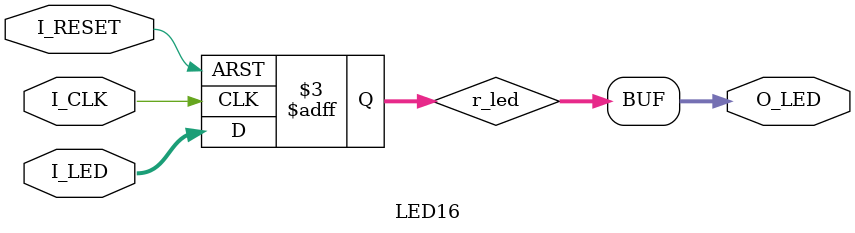
<source format=v>
module LED16 (
  input   wire            I_RESET,
  input   wire            I_CLK,
  input   wire  [15:0]    I_LED,
  output  wire  [15:0]    O_LED
  ) ;

  reg   [15:0]            r_led ;

  always @(posedge I_CLK or posedge I_RESET) begin
    if ( I_RESET == 1'b1 )
      r_led <= 16'd0 ;
    else
      r_led <= I_LED ;
  end

  assign  O_LED = r_led ;

endmodule

</source>
